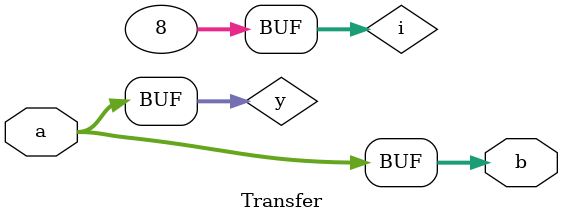
<source format=v>

module Transfer(a,b); 
output [7:0]b;
input [7:0]a; 

// reg [15:0]z;
reg [7:0] y;
reg [7:0] b;
integer i; 

always @(*)
begin 
  y=a;
  b=0;
  for(i=0;i<8;i=i+1)
  begin
      b[i]= y[i]; 
  end
end
endmodule
</source>
